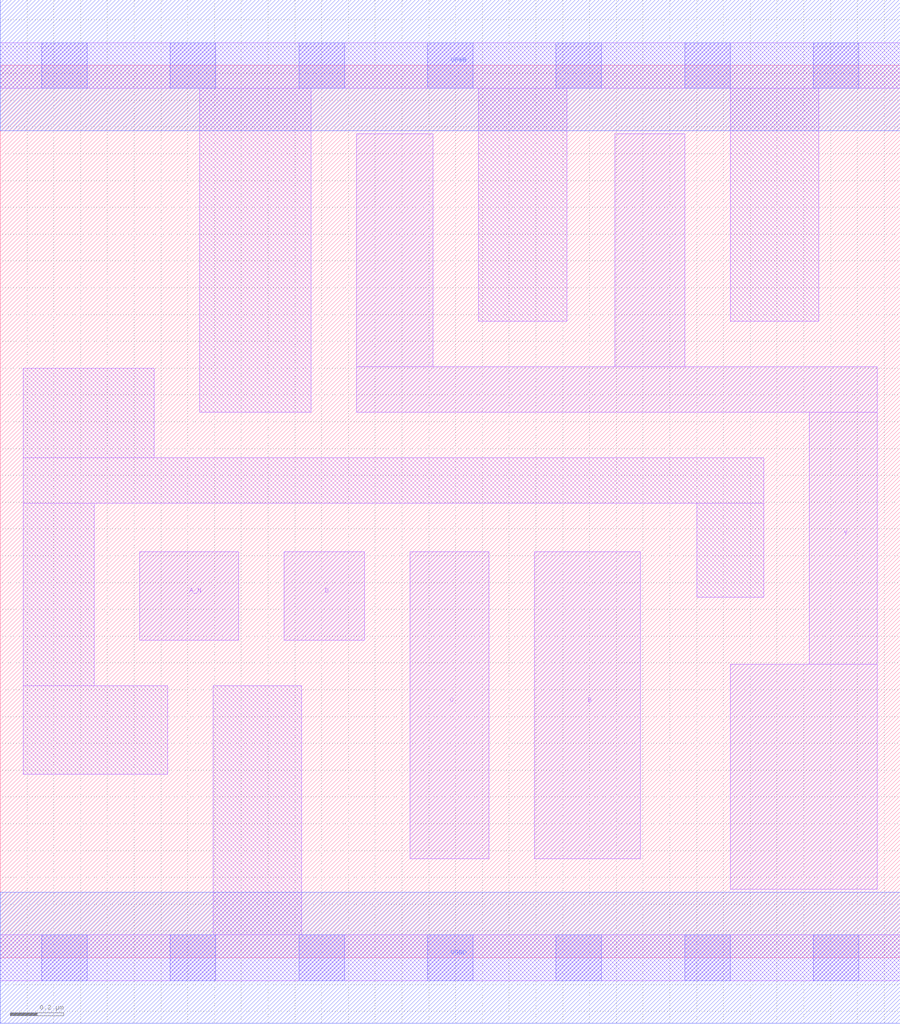
<source format=lef>
# Copyright 2020 The SkyWater PDK Authors
#
# Licensed under the Apache License, Version 2.0 (the "License");
# you may not use this file except in compliance with the License.
# You may obtain a copy of the License at
#
#     https://www.apache.org/licenses/LICENSE-2.0
#
# Unless required by applicable law or agreed to in writing, software
# distributed under the License is distributed on an "AS IS" BASIS,
# WITHOUT WARRANTIES OR CONDITIONS OF ANY KIND, either express or implied.
# See the License for the specific language governing permissions and
# limitations under the License.
#
# SPDX-License-Identifier: Apache-2.0

VERSION 5.7 ;
  NAMESCASESENSITIVE ON ;
  NOWIREEXTENSIONATPIN ON ;
  DIVIDERCHAR "/" ;
  BUSBITCHARS "[]" ;
UNITS
  DATABASE MICRONS 200 ;
END UNITS
MACRO sky130_fd_sc_lp__nand4b_1
  CLASS CORE ;
  FOREIGN sky130_fd_sc_lp__nand4b_1 ;
  ORIGIN  0.000000  0.000000 ;
  SIZE  3.360000 BY  3.330000 ;
  SYMMETRY X Y R90 ;
  SITE unit ;
  PIN A_N
    ANTENNAGATEAREA  0.126000 ;
    DIRECTION INPUT ;
    USE SIGNAL ;
    PORT
      LAYER li1 ;
        RECT 0.520000 1.185000 0.890000 1.515000 ;
    END
  END A_N
  PIN B
    ANTENNAGATEAREA  0.315000 ;
    DIRECTION INPUT ;
    USE SIGNAL ;
    PORT
      LAYER li1 ;
        RECT 1.995000 0.370000 2.390000 1.515000 ;
    END
  END B
  PIN C
    ANTENNAGATEAREA  0.315000 ;
    DIRECTION INPUT ;
    USE SIGNAL ;
    PORT
      LAYER li1 ;
        RECT 1.530000 0.370000 1.825000 1.515000 ;
    END
  END C
  PIN D
    ANTENNAGATEAREA  0.315000 ;
    DIRECTION INPUT ;
    USE SIGNAL ;
    PORT
      LAYER li1 ;
        RECT 1.060000 1.185000 1.360000 1.515000 ;
    END
  END D
  PIN Y
    ANTENNADIFFAREA  0.928200 ;
    DIRECTION OUTPUT ;
    USE SIGNAL ;
    PORT
      LAYER li1 ;
        RECT 1.330000 2.035000 3.275000 2.205000 ;
        RECT 1.330000 2.205000 1.615000 3.075000 ;
        RECT 2.295000 2.205000 2.555000 3.075000 ;
        RECT 2.725000 0.255000 3.275000 1.095000 ;
        RECT 3.020000 1.095000 3.275000 2.035000 ;
    END
  END Y
  PIN VGND
    DIRECTION INOUT ;
    USE GROUND ;
    PORT
      LAYER met1 ;
        RECT 0.000000 -0.245000 3.360000 0.245000 ;
    END
  END VGND
  PIN VPWR
    DIRECTION INOUT ;
    USE POWER ;
    PORT
      LAYER met1 ;
        RECT 0.000000 3.085000 3.360000 3.575000 ;
    END
  END VPWR
  OBS
    LAYER li1 ;
      RECT 0.000000 -0.085000 3.360000 0.085000 ;
      RECT 0.000000  3.245000 3.360000 3.415000 ;
      RECT 0.085000  0.685000 0.625000 1.015000 ;
      RECT 0.085000  1.015000 0.350000 1.695000 ;
      RECT 0.085000  1.695000 2.850000 1.865000 ;
      RECT 0.085000  1.865000 0.575000 2.200000 ;
      RECT 0.745000  2.035000 1.160000 3.245000 ;
      RECT 0.795000  0.085000 1.125000 1.015000 ;
      RECT 1.785000  2.375000 2.115000 3.245000 ;
      RECT 2.600000  1.345000 2.850000 1.695000 ;
      RECT 2.725000  2.375000 3.055000 3.245000 ;
    LAYER mcon ;
      RECT 0.155000 -0.085000 0.325000 0.085000 ;
      RECT 0.155000  3.245000 0.325000 3.415000 ;
      RECT 0.635000 -0.085000 0.805000 0.085000 ;
      RECT 0.635000  3.245000 0.805000 3.415000 ;
      RECT 1.115000 -0.085000 1.285000 0.085000 ;
      RECT 1.115000  3.245000 1.285000 3.415000 ;
      RECT 1.595000 -0.085000 1.765000 0.085000 ;
      RECT 1.595000  3.245000 1.765000 3.415000 ;
      RECT 2.075000 -0.085000 2.245000 0.085000 ;
      RECT 2.075000  3.245000 2.245000 3.415000 ;
      RECT 2.555000 -0.085000 2.725000 0.085000 ;
      RECT 2.555000  3.245000 2.725000 3.415000 ;
      RECT 3.035000 -0.085000 3.205000 0.085000 ;
      RECT 3.035000  3.245000 3.205000 3.415000 ;
  END
END sky130_fd_sc_lp__nand4b_1
END LIBRARY

</source>
